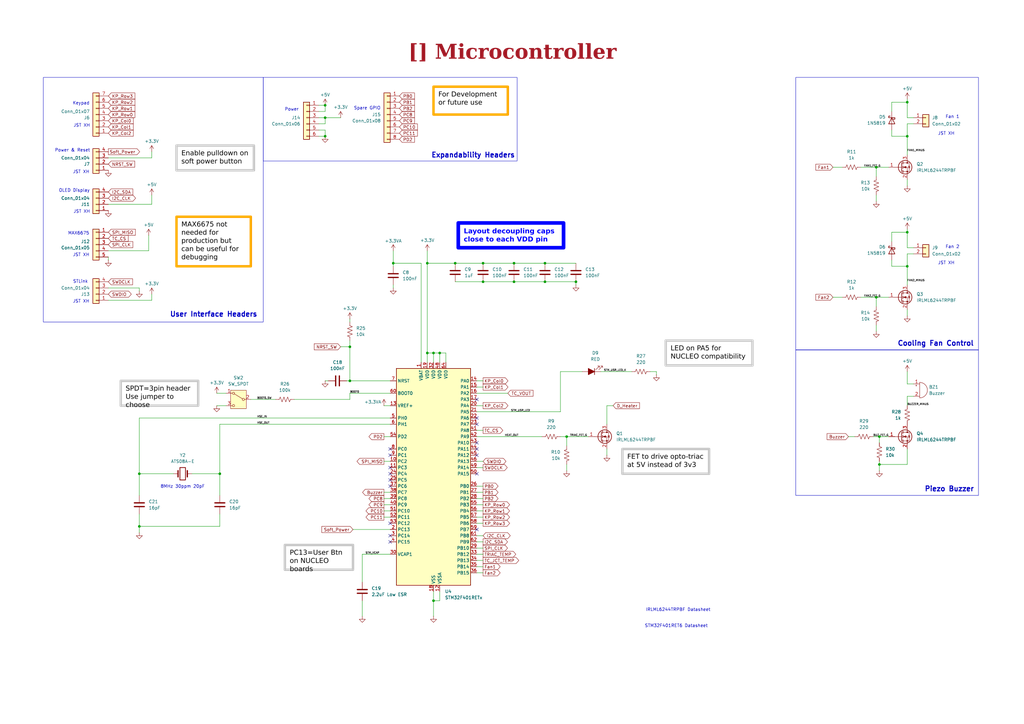
<source format=kicad_sch>
(kicad_sch (version 20250114) (generator "eeschema") (generator_version "9.0")
  (paper "A3")
  (title_block (title "Microcontroller") (date "Last Modified Date") (rev "${REVISION}") (company "${COMPANY}"))
  (rectangle (start 326.39 143.51) (end 401.32 203.2))
  (rectangle (start 326.39 31.75) (end 401.32 143.51))
  (rectangle (start 107.95 31.75) (end 212.09 66.04))
  (rectangle (start 17.78 31.75) (end 107.95 132.08))
  (text "User Interface Headers" (at 87.63 129.032 0) (effects (font (size 2.032 2.032) (thickness 0.4064) (bold yes))))
  (text "Piezo Buzzer" (at 389.382 200.66 0) (effects (font (size 2.032 2.032) (thickness 0.4064) (bold yes))))
  (text "Cooling Fan Control" (at 383.794 140.97 0) (effects (font (size 2.032 2.032) (thickness 0.4064) (bold yes))))
  (text "Keypad" (at 33.274 42.418 0) (effects (font (size 1.27 1.27))))
  (text "JST XH" (at 388.112 107.95 0) (effects (font (size 1.27 1.27))))
  (text "8MHz 30ppm 20pF" (at 74.93 199.644 0) (effects (font (size 1.27 1.27))))
  (text "JST XH" (at 33.528 86.868 0) (effects (font (size 1.27 1.27))))
  (text "Spare GPIO" (at 150.622 44.45 0) (effects (font (size 1.27 1.27))))
  (text "JST XH" (at 33.274 70.612 0) (effects (font (size 1.27 1.27))))
  (text "STM32F401RET6 Datasheet" (at 277.368 256.794 0) (effects (font (size 1.27 1.27))))
  (text "JST XH" (at 33.274 123.698 0) (effects (font (size 1.27 1.27))))
  (text "JST XH" (at 388.112 54.864 0) (effects (font (size 1.27 1.27))))
  (text "JST XH" (at 33.528 51.562 0) (effects (font (size 1.27 1.27))))
  (text "MAX6675" (at 32.258 95.758 0) (effects (font (size 1.27 1.27))))
  (text "Expandability Headers" (at 194.056 63.754 0) (effects (font (size 2.032 2.032) (thickness 0.4064) (bold yes))))
  (text "Fan 1" (at 390.652 48.006 0) (effects (font (size 1.27 1.27))))
  (text "Power" (at 119.634 44.958 0) (effects (font (size 1.27 1.27))))
  (text "JST XH" (at 33.274 104.648 0) (effects (font (size 1.27 1.27))))
  (text "Power & Reset" (at 29.718 61.722 0) (effects (font (size 1.27 1.27))))
  (text "OLED Display" (at 30.48 78.232 0) (effects (font (size 1.27 1.27))))
  (text "STLink" (at 33.02 115.57 0) (effects (font (size 1.27 1.27))))
  (text "IRLML6244TRPBF Datasheet" (at 278.13 250.19 0) (effects (font (size 1.27 1.27))))
  (text "Fan 2" (at 390.652 101.346 0) (effects (font (size 1.27 1.27))))
  (text_box "SPDT=3pin header\nUse jumper to choose" (at 49.53 156.21 0) (size 31.75 10.16) (margins 2 2 2 2) (stroke (width 1) (color 200 200 200 1)) (effects (font (size 2 2)) (justify left top)))
  (text_box "LED on PA5 for NUCLEO compatibility" (at 273.05 139.7 0) (size 35.56 10.16) (margins 2 2 2 2) (stroke (width 1) (color 200 200 200 1)) (effects (font (size 2 2)) (justify left top)))
  (text_box "MAX6675 not needed for production but can be useful for debugging" (at 72.39 88.9 0) (size 30.48 20.32) (margins 2 2 2 2) (stroke (width 1) (color 255 165 0 1)) (effects (font (size 2 2)) (justify left top)))
  (text_box "PC13=User Btn on NUCLEO boards" (at 116.84 223.52 0) (size 27.94 10.16) (margins 2 2 2 2) (stroke (width 1) (color 200 200 200 1)) (effects (font (size 2 2)) (justify left top)))
  (text_box "[${#}] ${TITLE}" (at 12.7 15.24 0) (size 394.97 12.7) (margins 4.4999 4.4999 4.4999 4.4999) (stroke (width -0.0001)) (effects (font (size 6 6) (thickness 1.2) (bold yes))))
  (text_box "Layout decoupling caps close to each VDD pin" (at 187.96 91.44 0) (size 43.18 10.16) (margins 2.25 2.25 2.25 2.25) (stroke (width 1.5) (color 0 0 255 1)) (effects (font (size 2 2) (thickness 0.4) (bold yes)) (justify left top)))
  (text_box "For Development or future use" (at 177.8 35.56 0) (size 30.48 11.43) (margins 2 2 2 2) (stroke (width 1) (color 255 165 0 1)) (effects (font (size 2 2)) (justify left top)))
  (text_box "Enable pulldown on soft power button" (at 72.39 59.69 0) (size 31.75 10.16) (margins 2 2 2 2) (stroke (width 1) (color 200 200 200 1)) (effects (font (size 2 2)) (justify left top)))
  (text_box "FET to drive opto-triac at 5V instead of 3v3" (at 255.27 184.15 0) (size 35.56 10.16) (margins 2 2 2 2) (stroke (width 1) (color 200 200 200 1)) (effects (font (size 2 2)) (justify left top)))
  (junction (at 57.15 215.9))
  (junction (at 133.35 43.18))
  (junction (at 177.8 144.78))
  (junction (at 57.15 194.31))
  (junction (at 175.26 107.95))
  (junction (at 359.41 68.58))
  (junction (at 90.17 194.31))
  (junction (at 223.52 115.57))
  (junction (at 372.11 55.88))
  (junction (at 372.11 109.22))
  (junction (at 372.11 95.25))
  (junction (at 198.12 115.57))
  (junction (at 232.41 179.07))
  (junction (at 161.29 107.95))
  (junction (at 223.52 107.95))
  (junction (at 236.22 115.57))
  (junction (at 372.11 41.91))
  (junction (at 143.51 156.21))
  (junction (at 133.35 48.26))
  (junction (at 210.82 107.95))
  (junction (at 175.26 144.78))
  (junction (at 177.8 246.38))
  (junction (at 360.68 179.07))
  (junction (at 133.35 55.88))
  (junction (at 143.51 142.24))
  (junction (at 186.69 107.95))
  (junction (at 360.68 190.5))
  (junction (at 359.41 121.92))
  (junction (at 198.12 107.95))
  (junction (at 210.82 115.57))
  (junction (at 180.34 144.78))
  (no_connect (at 195.58 194.31))
  (no_connect (at 195.58 171.45))
  (no_connect (at 160.02 196.85))
  (no_connect (at 195.58 181.61))
  (no_connect (at 160.02 186.69))
  (no_connect (at 195.58 173.99))
  (no_connect (at 160.02 214.63))
  (no_connect (at 160.02 191.77))
  (no_connect (at 160.02 222.25))
  (no_connect (at 195.58 217.17))
  (no_connect (at 160.02 199.39))
  (no_connect (at 160.02 194.31))
  (no_connect (at 195.58 184.15))
  (no_connect (at 160.02 219.71))
  (no_connect (at 195.58 163.83))
  (no_connect (at 195.58 186.69))
  (no_connect (at 160.02 184.15))
  (wire (pts (xy 236.22 115.57) (xy 236.22 116.84)))
  (wire (pts (xy 57.15 118.11) (xy 44.45 118.11)))
  (wire (pts (xy 223.52 115.57) (xy 236.22 115.57)))
  (wire (pts (xy 232.41 179.07) (xy 229.87 179.07)))
  (wire (pts (xy 139.7 48.26) (xy 133.35 48.26)))
  (wire (pts (xy 133.35 50.8) (xy 133.35 48.26)))
  (wire (pts (xy 372.11 50.8) (xy 372.11 55.88)))
  (wire (pts (xy 180.34 246.38) (xy 177.8 246.38)))
  (wire (pts (xy 353.06 68.58) (xy 359.41 68.58)))
  (wire (pts (xy 232.41 179.07) (xy 241.3 179.07)))
  (wire (pts (xy 57.15 215.9) (xy 57.15 210.82)))
  (wire (pts (xy 360.68 189.23) (xy 360.68 190.5)))
  (wire (pts (xy 62.23 83.82) (xy 44.45 83.82)))
  (wire (pts (xy 102.87 163.83) (xy 113.03 163.83)))
  (wire (pts (xy 374.65 104.14) (xy 372.11 104.14)))
  (wire (pts (xy 198.12 191.77) (xy 195.58 191.77)))
  (wire (pts (xy 161.29 102.87) (xy 161.29 107.95)))
  (wire (pts (xy 182.88 144.78) (xy 180.34 144.78)))
  (wire (pts (xy 186.69 115.57) (xy 198.12 115.57)))
  (wire (pts (xy 195.58 229.87) (xy 198.12 229.87)))
  (wire (pts (xy 359.41 80.01) (xy 359.41 82.55)))
  (wire (pts (xy 359.41 121.92) (xy 359.41 125.73)))
  (wire (pts (xy 372.11 109.22) (xy 372.11 116.84)))
  (wire (pts (xy 90.17 210.82) (xy 90.17 215.9)))
  (wire (pts (xy 177.8 246.38) (xy 177.8 252.73)))
  (wire (pts (xy 248.92 166.37) (xy 248.92 173.99)))
  (wire (pts (xy 195.58 234.95) (xy 198.12 234.95)))
  (wire (pts (xy 195.58 227.33) (xy 198.12 227.33)))
  (wire (pts (xy 372.11 41.91) (xy 372.11 48.26)))
  (wire (pts (xy 372.11 104.14) (xy 372.11 109.22)))
  (wire (pts (xy 143.51 130.81) (xy 143.51 132.08)))
  (wire (pts (xy 134.62 156.21) (xy 133.35 156.21)))
  (wire (pts (xy 372.11 162.56) (xy 372.11 166.37)))
  (wire (pts (xy 180.34 148.59) (xy 180.34 144.78)))
  (wire (pts (xy 195.58 224.79) (xy 198.12 224.79)))
  (wire (pts (xy 365.76 95.25) (xy 372.11 95.25)))
  (wire (pts (xy 353.06 121.92) (xy 359.41 121.92)))
  (wire (pts (xy 161.29 116.84) (xy 161.29 118.11)))
  (wire (pts (xy 232.41 179.07) (xy 232.41 182.88)))
  (wire (pts (xy 175.26 107.95) (xy 186.69 107.95)))
  (wire (pts (xy 143.51 161.29) (xy 160.02 161.29)))
  (wire (pts (xy 269.24 153.67) (xy 269.24 152.4)))
  (wire (pts (xy 177.8 242.57) (xy 177.8 246.38)))
  (wire (pts (xy 365.76 106.68) (xy 365.76 109.22)))
  (wire (pts (xy 372.11 190.5) (xy 360.68 190.5)))
  (wire (pts (xy 130.81 45.72) (xy 133.35 45.72)))
  (wire (pts (xy 60.96 102.87) (xy 60.96 96.52)))
  (wire (pts (xy 143.51 156.21) (xy 143.51 142.24)))
  (wire (pts (xy 198.12 115.57) (xy 210.82 115.57)))
  (wire (pts (xy 161.29 107.95) (xy 172.72 107.95)))
  (wire (pts (xy 223.52 107.95) (xy 236.22 107.95)))
  (wire (pts (xy 186.69 107.95) (xy 198.12 107.95)))
  (wire (pts (xy 365.76 55.88) (xy 372.11 55.88)))
  (wire (pts (xy 374.65 157.48) (xy 372.11 157.48)))
  (wire (pts (xy 62.23 62.23) (xy 62.23 64.77)))
  (wire (pts (xy 198.12 201.93) (xy 195.58 201.93)))
  (wire (pts (xy 198.12 107.95) (xy 210.82 107.95)))
  (wire (pts (xy 157.48 212.09) (xy 160.02 212.09)))
  (wire (pts (xy 198.12 214.63) (xy 195.58 214.63)))
  (wire (pts (xy 372.11 157.48) (xy 372.11 152.4)))
  (wire (pts (xy 269.24 152.4) (xy 266.7 152.4)))
  (wire (pts (xy 365.76 45.72) (xy 365.76 41.91)))
  (wire (pts (xy 341.63 68.58) (xy 345.44 68.58)))
  (wire (pts (xy 175.26 144.78) (xy 175.26 148.59)))
  (wire (pts (xy 144.78 217.17) (xy 160.02 217.17)))
  (wire (pts (xy 157.48 204.47) (xy 160.02 204.47)))
  (wire (pts (xy 160.02 171.45) (xy 57.15 171.45)))
  (wire (pts (xy 195.58 176.53) (xy 198.12 176.53)))
  (wire (pts (xy 359.41 133.35) (xy 359.41 135.89)))
  (wire (pts (xy 133.35 48.26) (xy 130.81 48.26)))
  (wire (pts (xy 157.48 207.01) (xy 160.02 207.01)))
  (wire (pts (xy 365.76 109.22) (xy 372.11 109.22)))
  (wire (pts (xy 372.11 184.15) (xy 372.11 190.5)))
  (wire (pts (xy 359.41 68.58) (xy 364.49 68.58)))
  (wire (pts (xy 133.35 45.72) (xy 133.35 43.18)))
  (wire (pts (xy 372.11 127) (xy 372.11 129.54)))
  (wire (pts (xy 198.12 199.39) (xy 195.58 199.39)))
  (wire (pts (xy 130.81 53.34) (xy 133.35 53.34)))
  (wire (pts (xy 198.12 156.21) (xy 195.58 156.21)))
  (wire (pts (xy 222.25 179.07) (xy 195.58 179.07)))
  (wire (pts (xy 360.68 179.07) (xy 364.49 179.07)))
  (wire (pts (xy 62.23 123.19) (xy 44.45 123.19)))
  (wire (pts (xy 57.15 194.31) (xy 71.12 194.31)))
  (wire (pts (xy 78.74 194.31) (xy 90.17 194.31)))
  (wire (pts (xy 62.23 120.65) (xy 62.23 123.19)))
  (wire (pts (xy 172.72 107.95) (xy 172.72 148.59)))
  (wire (pts (xy 160.02 173.99) (xy 90.17 173.99)))
  (wire (pts (xy 372.11 40.64) (xy 372.11 41.91)))
  (wire (pts (xy 198.12 166.37) (xy 195.58 166.37)))
  (wire (pts (xy 148.59 227.33) (xy 148.59 238.76)))
  (wire (pts (xy 198.12 219.71) (xy 195.58 219.71)))
  (wire (pts (xy 157.48 166.37) (xy 160.02 166.37)))
  (wire (pts (xy 143.51 163.83) (xy 143.51 161.29)))
  (wire (pts (xy 120.65 163.83) (xy 143.51 163.83)))
  (wire (pts (xy 198.12 212.09) (xy 195.58 212.09)))
  (wire (pts (xy 90.17 173.99) (xy 90.17 194.31)))
  (wire (pts (xy 57.15 119.38) (xy 57.15 118.11)))
  (wire (pts (xy 372.11 93.98) (xy 372.11 95.25)))
  (wire (pts (xy 248.92 184.15) (xy 248.92 186.69)))
  (wire (pts (xy 238.76 152.4) (xy 229.87 152.4)))
  (wire (pts (xy 90.17 215.9) (xy 57.15 215.9)))
  (wire (pts (xy 180.34 242.57) (xy 180.34 246.38)))
  (wire (pts (xy 374.65 50.8) (xy 372.11 50.8)))
  (wire (pts (xy 365.76 41.91) (xy 372.11 41.91)))
  (wire (pts (xy 148.59 246.38) (xy 148.59 252.73)))
  (wire (pts (xy 210.82 107.95) (xy 223.52 107.95)))
  (wire (pts (xy 175.26 107.95) (xy 175.26 144.78)))
  (wire (pts (xy 92.71 166.37) (xy 88.9 166.37)))
  (wire (pts (xy 359.41 68.58) (xy 359.41 72.39)))
  (wire (pts (xy 195.58 232.41) (xy 198.12 232.41)))
  (wire (pts (xy 365.76 99.06) (xy 365.76 95.25)))
  (wire (pts (xy 198.12 204.47) (xy 195.58 204.47)))
  (wire (pts (xy 157.48 209.55) (xy 160.02 209.55)))
  (wire (pts (xy 198.12 189.23) (xy 195.58 189.23)))
  (wire (pts (xy 359.41 121.92) (xy 364.49 121.92)))
  (wire (pts (xy 133.35 53.34) (xy 133.35 55.88)))
  (wire (pts (xy 142.24 156.21) (xy 143.51 156.21)))
  (wire (pts (xy 130.81 50.8) (xy 133.35 50.8)))
  (wire (pts (xy 198.12 222.25) (xy 195.58 222.25)))
  (wire (pts (xy 182.88 148.59) (xy 182.88 144.78)))
  (wire (pts (xy 374.65 162.56) (xy 372.11 162.56)))
  (wire (pts (xy 372.11 48.26) (xy 374.65 48.26)))
  (wire (pts (xy 92.71 161.29) (xy 88.9 161.29)))
  (wire (pts (xy 90.17 194.31) (xy 90.17 203.2)))
  (wire (pts (xy 157.48 179.07) (xy 160.02 179.07)))
  (wire (pts (xy 341.63 121.92) (xy 345.44 121.92)))
  (wire (pts (xy 57.15 215.9) (xy 57.15 218.44)))
  (wire (pts (xy 62.23 80.01) (xy 62.23 83.82)))
  (wire (pts (xy 133.35 43.18) (xy 130.81 43.18)))
  (wire (pts (xy 347.98 179.07) (xy 350.52 179.07)))
  (wire (pts (xy 180.34 144.78) (xy 177.8 144.78)))
  (wire (pts (xy 160.02 227.33) (xy 148.59 227.33)))
  (wire (pts (xy 365.76 53.34) (xy 365.76 55.88)))
  (wire (pts (xy 143.51 139.7) (xy 143.51 142.24)))
  (wire (pts (xy 251.46 166.37) (xy 248.92 166.37)))
  (wire (pts (xy 229.87 152.4) (xy 229.87 168.91)))
  (wire (pts (xy 246.38 152.4) (xy 259.08 152.4)))
  (wire (pts (xy 177.8 144.78) (xy 175.26 144.78)))
  (wire (pts (xy 198.12 209.55) (xy 195.58 209.55)))
  (wire (pts (xy 133.35 55.88) (xy 130.81 55.88)))
  (wire (pts (xy 161.29 109.22) (xy 161.29 107.95)))
  (wire (pts (xy 372.11 55.88) (xy 372.11 63.5)))
  (wire (pts (xy 143.51 142.24) (xy 139.7 142.24)))
  (wire (pts (xy 372.11 95.25) (xy 372.11 101.6)))
  (wire (pts (xy 372.11 73.66) (xy 372.11 76.2)))
  (wire (pts (xy 44.45 102.87) (xy 60.96 102.87)))
  (wire (pts (xy 372.11 101.6) (xy 374.65 101.6)))
  (wire (pts (xy 175.26 102.87) (xy 175.26 107.95)))
  (wire (pts (xy 198.12 207.01) (xy 195.58 207.01)))
  (wire (pts (xy 44.45 64.77) (xy 62.23 64.77)))
  (wire (pts (xy 358.14 179.07) (xy 360.68 179.07)))
  (wire (pts (xy 143.51 156.21) (xy 160.02 156.21)))
  (wire (pts (xy 44.45 105.41) (xy 44.45 106.68)))
  (wire (pts (xy 157.48 201.93) (xy 160.02 201.93)))
  (wire (pts (xy 210.82 115.57) (xy 223.52 115.57)))
  (wire (pts (xy 360.68 190.5) (xy 360.68 193.04)))
  (wire (pts (xy 232.41 190.5) (xy 232.41 193.04)))
  (wire (pts (xy 157.48 189.23) (xy 160.02 189.23)))
  (wire (pts (xy 177.8 148.59) (xy 177.8 144.78)))
  (wire (pts (xy 57.15 171.45) (xy 57.15 194.31)))
  (wire (pts (xy 57.15 194.31) (xy 57.15 203.2)))
  (wire (pts (xy 195.58 168.91) (xy 229.87 168.91)))
  (wire (pts (xy 208.28 161.29) (xy 195.58 161.29)))
  (wire (pts (xy 360.68 179.07) (xy 360.68 181.61)))
  (wire (pts (xy 198.12 158.75) (xy 195.58 158.75)))
  (label "STM_USR_LED" (at 209.55 168.91 0) (effects (font (size 0.762 0.762))))
  (label "FAN2_MINUS" (at 372.11 115.57 0) (effects (font (size 0.762 0.762))))
  (label "HEAT_OUT" (at 207.01 179.07 0) (effects (font (size 0.762 0.762))))
  (label "HSE_IN" (at 105.41 171.45 0) (effects (font (size 0.762 0.762))))
  (label "FAN1_MINUS" (at 372.11 62.23 0) (effects (font (size 0.762 0.762))))
  (label "FAN1_FET_G" (at 354.33 68.58 0) (effects (font (size 0.762 0.762))))
  (label "HSE_OUT" (at 105.41 173.99 0) (effects (font (size 0.762 0.762))))
  (label "STM_USR_LED_K" (at 247.65 152.4 0) (effects (font (size 0.762 0.762))))
  (label "FAN2_FET_G" (at 354.33 121.92 0) (effects (font (size 0.762 0.762))))
  (label "BUZZER_MINUS" (at 372.11 166.37 0) (effects (font (size 0.762 0.762))))
  (label "TRIAC_FET_G" (at 233.68 179.07 0) (effects (font (size 0.762 0.762))))
  (label "BOOT0_SW" (at 105.41 163.83 0) (effects (font (size 0.762 0.762))))
  (label "STM_VCAP" (at 149.86 227.33 0) (effects (font (size 0.762 0.762))))
  (label "BUZ_FET_G" (at 358.14 179.07 0) (effects (font (size 0.762 0.762))))
  (label "BOOT0" (at 143.51 161.29 0) (effects (font (size 0.762 0.762))))
  (global_label "SWDIO" (shape bidirectional) (at 198.12 189.23 0) (property "Intersheetrefs" "${INTERSHEET_REFS}" (effects (hide yes))))
  (global_label "Soft_Power" (shape output) (at 44.45 62.23 0) (property "Intersheetrefs" "${INTERSHEET_REFS}" (effects (hide yes))))
  (global_label "TC_CS" (shape input) (at 44.45 97.79 0) (property "Intersheetrefs" "${INTERSHEET_REFS}" (effects (hide yes))))
  (global_label "SPI_MISO" (shape output) (at 157.48 189.23 180) (property "Intersheetrefs" "${INTERSHEET_REFS}" (effects (hide yes))))
  (global_label "KP_Col0" (shape input) (at 44.45 49.53 0) (property "Intersheetrefs" "${INTERSHEET_REFS}" (effects (hide yes))))
  (global_label "PB0" (shape input) (at 163.83 39.37 0) (property "Intersheetrefs" "${INTERSHEET_REFS}" (effects (hide yes))))
  (global_label "PD2" (shape output) (at 157.48 179.07 180) (property "Intersheetrefs" "${INTERSHEET_REFS}" (effects (hide yes))))
  (global_label "I2C_CLK" (shape bidirectional) (at 198.12 219.71 0) (property "Intersheetrefs" "${INTERSHEET_REFS}" (effects (hide yes))))
  (global_label "SPI_MISO" (shape input) (at 44.45 95.25 0) (property "Intersheetrefs" "${INTERSHEET_REFS}" (effects (hide yes))))
  (global_label "NRST_SW" (shape input) (at 44.45 67.31 0) (property "Intersheetrefs" "${INTERSHEET_REFS}" (effects (hide yes))))
  (global_label "I2C_SDA" (shape output) (at 198.12 222.25 0) (property "Intersheetrefs" "${INTERSHEET_REFS}" (effects (hide yes))))
  (global_label "PB1" (shape output) (at 198.12 201.93 0) (property "Intersheetrefs" "${INTERSHEET_REFS}" (effects (hide yes))))
  (global_label "KP_Col2" (shape output) (at 198.12 166.37 0) (property "Intersheetrefs" "${INTERSHEET_REFS}" (effects (hide yes))))
  (global_label "KP_Row1" (shape input) (at 44.45 44.45 0) (property "Intersheetrefs" "${INTERSHEET_REFS}" (effects (hide yes))))
  (global_label "SWDIO" (shape bidirectional) (at 44.45 120.65 0) (property "Intersheetrefs" "${INTERSHEET_REFS}" (effects (hide yes))))
  (global_label "I2C_CLK" (shape bidirectional) (at 44.45 81.28 0) (property "Intersheetrefs" "${INTERSHEET_REFS}" (effects (hide yes))))
  (global_label "PC8" (shape input) (at 163.83 46.99 0) (property "Intersheetrefs" "${INTERSHEET_REFS}" (effects (hide yes))))
  (global_label "NRST_SW" (shape input) (at 139.7 142.24 180) (property "Intersheetrefs" "${INTERSHEET_REFS}" (effects (hide yes))))
  (global_label "Fan1" (shape output) (at 198.12 232.41 0) (property "Intersheetrefs" "${INTERSHEET_REFS}" (effects (hide yes))))
  (global_label "Buzzer" (shape input) (at 347.98 179.07 180) (property "Intersheetrefs" "${INTERSHEET_REFS}" (effects (hide yes))))
  (global_label "PB0" (shape output) (at 198.12 199.39 0) (property "Intersheetrefs" "${INTERSHEET_REFS}" (effects (hide yes))))
  (global_label "Fan1" (shape input) (at 341.63 68.58 180) (property "Intersheetrefs" "${INTERSHEET_REFS}" (effects (hide yes))))
  (global_label "TRIAC_TEMP" (shape output) (at 198.12 227.33 0) (property "Intersheetrefs" "${INTERSHEET_REFS}" (effects (hide yes))))
  (global_label "PC10" (shape input) (at 163.83 52.07 0) (property "Intersheetrefs" "${INTERSHEET_REFS}" (effects (hide yes))))
  (global_label "PC9" (shape output) (at 157.48 207.01 180) (property "Intersheetrefs" "${INTERSHEET_REFS}" (effects (hide yes))))
  (global_label "KP_Row3" (shape output) (at 198.12 214.63 0) (property "Intersheetrefs" "${INTERSHEET_REFS}" (effects (hide yes))))
  (global_label "KP_Col1" (shape output) (at 198.12 158.75 0) (property "Intersheetrefs" "${INTERSHEET_REFS}" (effects (hide yes))))
  (global_label "PC8" (shape output) (at 157.48 204.47 180) (property "Intersheetrefs" "${INTERSHEET_REFS}" (effects (hide yes))))
  (global_label "PC11" (shape input) (at 163.83 54.61 0) (property "Intersheetrefs" "${INTERSHEET_REFS}" (effects (hide yes))))
  (global_label "SWDCLK" (shape output) (at 198.12 191.77 0) (property "Intersheetrefs" "${INTERSHEET_REFS}" (effects (hide yes))))
  (global_label "KP_Row0" (shape input) (at 44.45 46.99 0) (property "Intersheetrefs" "${INTERSHEET_REFS}" (effects (hide yes))))
  (global_label "TC_JCT_TEMP" (shape output) (at 198.12 229.87 0) (property "Intersheetrefs" "${INTERSHEET_REFS}" (effects (hide yes))))
  (global_label "PB2" (shape output) (at 198.12 204.47 0) (property "Intersheetrefs" "${INTERSHEET_REFS}" (effects (hide yes))))
  (global_label "KP_Col0" (shape output) (at 198.12 156.21 0) (property "Intersheetrefs" "${INTERSHEET_REFS}" (effects (hide yes))))
  (global_label "KP_Row3" (shape input) (at 44.45 39.37 0) (property "Intersheetrefs" "${INTERSHEET_REFS}" (effects (hide yes))))
  (global_label "I2C_SDA" (shape input) (at 44.45 78.74 0) (property "Intersheetrefs" "${INTERSHEET_REFS}" (effects (hide yes))))
  (global_label "PC9" (shape input) (at 163.83 49.53 0) (property "Intersheetrefs" "${INTERSHEET_REFS}" (effects (hide yes))))
  (global_label "PB2" (shape input) (at 163.83 44.45 0) (property "Intersheetrefs" "${INTERSHEET_REFS}" (effects (hide yes))))
  (global_label "TC_VOUT" (shape input) (at 208.28 161.29 0) (property "Intersheetrefs" "${INTERSHEET_REFS}" (effects (hide yes))))
  (global_label "PD2" (shape input) (at 163.83 57.15 0) (property "Intersheetrefs" "${INTERSHEET_REFS}" (effects (hide yes))))
  (global_label "PB1" (shape input) (at 163.83 41.91 0) (property "Intersheetrefs" "${INTERSHEET_REFS}" (effects (hide yes))))
  (global_label "SWDCLK" (shape input) (at 44.45 115.57 0) (property "Intersheetrefs" "${INTERSHEET_REFS}" (effects (hide yes))))
  (global_label "SPI_CLK" (shape input) (at 44.45 100.33 0) (property "Intersheetrefs" "${INTERSHEET_REFS}" (effects (hide yes))))
  (global_label "KP_Col1" (shape input) (at 44.45 52.07 0) (property "Intersheetrefs" "${INTERSHEET_REFS}" (effects (hide yes))))
  (global_label "KP_Row0" (shape output) (at 198.12 207.01 0) (property "Intersheetrefs" "${INTERSHEET_REFS}" (effects (hide yes))))
  (global_label "Fan2" (shape input) (at 341.63 121.92 180) (property "Intersheetrefs" "${INTERSHEET_REFS}" (effects (hide yes))))
  (global_label "TC_CS" (shape output) (at 198.12 176.53 0) (property "Intersheetrefs" "${INTERSHEET_REFS}" (effects (hide yes))))
  (global_label "PC11" (shape output) (at 157.48 212.09 180) (property "Intersheetrefs" "${INTERSHEET_REFS}" (effects (hide yes))))
  (global_label "Fan2" (shape output) (at 198.12 234.95 0) (property "Intersheetrefs" "${INTERSHEET_REFS}" (effects (hide yes))))
  (global_label "KP_Row2" (shape output) (at 198.12 212.09 0) (property "Intersheetrefs" "${INTERSHEET_REFS}" (effects (hide yes))))
  (global_label "KP_Row2" (shape input) (at 44.45 41.91 0) (property "Intersheetrefs" "${INTERSHEET_REFS}" (effects (hide yes))))
  (global_label "KP_Col2" (shape input) (at 44.45 54.61 0) (property "Intersheetrefs" "${INTERSHEET_REFS}" (effects (hide yes))))
  (global_label "KP_Row1" (shape output) (at 198.12 209.55 0) (property "Intersheetrefs" "${INTERSHEET_REFS}" (effects (hide yes))))
  (global_label "SPI_CLK" (shape output) (at 198.12 224.79 0) (property "Intersheetrefs" "${INTERSHEET_REFS}" (effects (hide yes))))
  (global_label "Buzzer" (shape output) (at 157.48 201.93 180) (property "Intersheetrefs" "${INTERSHEET_REFS}" (effects (hide yes))))
  (global_label "Soft_Power" (shape input) (at 144.78 217.17 180) (property "Intersheetrefs" "${INTERSHEET_REFS}" (effects (hide yes))))
  (global_label "PC10" (shape output) (at 157.48 209.55 180) (property "Intersheetrefs" "${INTERSHEET_REFS}" (effects (hide yes))))
  (global_label "D_Heater" (shape input) (at 251.46 166.37 0) (property "Intersheetrefs" "${INTERSHEET_REFS}" (effects (hide yes))))
  (symbol (lib_id "power:GND") (at 236.22 116.84 0) (unit 1)
    (property "Reference" "#PWR028" (effects (hide yes)))
    (property "Value" "GND" (effects (hide yes)))
    (property "Description" "Power symbol creates a global label with name \"GND\" , ground" (effects (hide yes)))
  )
  (symbol (lib_id "Device:R_US") (at 232.41 186.69 0) (mirror y) (unit 1)
    (property "Reference" "R10" (at 229.87 185.4199 0) (effects (justify left)))
    (property "Value" "10k" (at 229.87 187.9599 0) (effects (justify left)))
    (property "Footprint" "Resistor_SMD:R_0603_1608Metric_Pad0.98x0.95mm_HandSolder" (effects (hide yes)))
    (property "Description" "Resistor, US symbol" (effects (hide yes)))
  )
  (symbol (lib_id "Device:C") (at 90.17 207.01 0) (unit 1)
    (property "Reference" "C20" (at 93.98 205.7399 0) (effects (justify left)))
    (property "Value" "16pF" (at 93.98 208.2799 0) (effects (justify left)))
    (property "Footprint" "Capacitor_SMD:C_0402_1005Metric_Pad0.74x0.62mm_HandSolder" (effects (hide yes)))
    (property "Description" "Unpolarized capacitor" (effects (hide yes)))
  )
  (symbol (lib_id "Device:C") (at 210.82 111.76 0) (unit 1)
    (property "Reference" "C11" (at 214.63 110.4899 0) (effects (justify left)))
    (property "Value" "100nF" (at 214.63 113.0299 0) (effects (justify left)))
    (property "Footprint" "Capacitor_SMD:C_0603_1608Metric_Pad1.08x0.95mm_HandSolder" (effects (hide yes)))
    (property "Description" "Unpolarized capacitor" (effects (hide yes)))
  )
  (symbol (lib_id "power:GND") (at 148.59 252.73 0) (unit 1)
    (property "Reference" "#PWR048" (effects (hide yes)))
    (property "Value" "GND" (effects (hide yes)))
    (property "Description" "Power symbol creates a global label with name \"GND\" , ground" (effects (hide yes)))
  )
  (symbol (lib_id "power:GND") (at 133.35 156.21 0) (unit 1)
    (property "Reference" "#PWR052" (effects (hide yes)))
    (property "Value" "GND" (effects (hide yes)))
    (property "Description" "Power symbol creates a global label with name \"GND\" , ground" (effects (hide yes)))
  )
  (symbol (lib_id "power:GND") (at 44.45 106.68 0) (mirror y) (unit 1)
    (property "Reference" "#PWR063" (effects (hide yes)))
    (property "Value" "GND" (effects (hide yes)))
    (property "Description" "Power symbol creates a global label with name \"GND\" , ground" (effects (hide yes)))
  )
  (symbol (lib_id "Device:R_US") (at 143.51 135.89 0) (unit 1)
    (property "Reference" "R25" (at 146.05 134.6199 0) (effects (justify left)))
    (property "Value" "10k" (at 146.05 137.1599 0) (effects (justify left)))
    (property "Footprint" "Resistor_SMD:R_0603_1608Metric_Pad0.98x0.95mm_HandSolder" (effects (hide yes)))
    (property "Description" "Resistor, US symbol" (effects (hide yes)))
  )
  (symbol (lib_id "Device:C") (at 148.59 242.57 0) (unit 1)
    (property "Reference" "C19" (at 152.4 241.2999 0) (effects (justify left)))
    (property "Value" "2.2uF Low ESR" (at 152.4 243.8399 0) (effects (justify left)))
    (property "Footprint" "Capacitor_SMD:C_0805_2012Metric_Pad1.18x1.45mm_HandSolder" (effects (hide yes)))
    (property "Description" "Unpolarized capacitor" (effects (hide yes)))
  )
  (symbol (lib_id "Device:R_US") (at 226.06 179.07 90) (unit 1)
    (property "Reference" "R9" (at 226.06 172.72 90))
    (property "Value" "220" (at 226.06 175.26 90))
    (property "Footprint" "Resistor_SMD:R_0603_1608Metric_Pad0.98x0.95mm_HandSolder" (effects (hide yes)))
    (property "Description" "Resistor, US symbol" (effects (hide yes)))
  )
  (symbol (lib_id "power:GND") (at 133.35 55.88 0) (mirror y) (unit 1)
    (property "Reference" "#PWR068" (effects (hide yes)))
    (property "Value" "GND" (effects (hide yes)))
    (property "Description" "Power symbol creates a global label with name \"GND\" , ground" (effects (hide yes)))
  )
  (symbol (lib_id "power:+5V") (at 60.96 96.52 0) (mirror y) (unit 1)
    (property "Reference" "#PWR064" (effects (hide yes)))
    (property "Value" "+5V" (at 60.96 92.202 0))
    (property "Description" "Power symbol creates a global label with name \"+5V\"" (effects (hide yes)))
  )
  (symbol (lib_id "Device:LED_Filled") (at 242.57 152.4 180) (unit 1)
    (property "Reference" "D9" (at 244.1575 144.78 0))
    (property "Value" "RED" (at 244.1575 147.32 0))
    (property "Footprint" "LED_SMD:LED_0603_1608Metric_Pad1.05x0.95mm_HandSolder" (effects (hide yes)))
    (property "Description" "Light emitting diode, filled shape" (effects (hide yes)))
  )
  (symbol (lib_id "Device:C") (at 198.12 111.76 0) (unit 1)
    (property "Reference" "C10" (at 201.93 110.4899 0) (effects (justify left)))
    (property "Value" "100nF" (at 201.93 113.0299 0) (effects (justify left)))
    (property "Footprint" "Capacitor_SMD:C_0603_1608Metric_Pad1.08x0.95mm_HandSolder" (effects (hide yes)))
    (property "Description" "Unpolarized capacitor" (effects (hide yes)))
  )
  (symbol (lib_id "Connector_Generic:Conn_01x02") (at 379.73 48.26 0) (unit 1)
    (property "Reference" "J8" (at 382.27 48.2599 0) (effects (justify left)))
    (property "Value" "Conn_01x02" (at 382.27 50.7999 0) (effects (justify left)))
    (property "Footprint" "Connector_JST:JST_XH_B2B-XH-A_1x02_P2.50mm_Vertical" (effects (hide yes)))
    (property "Description" "Generic connector, single row, 01x02, script generated (kicad-library-utils/schlib/autogen/connector/)" (effects (hide yes)))
  )
  (symbol (lib_id "power:GND") (at 44.45 86.36 0) (unit 1)
    (property "Reference" "#PWR058" (effects (hide yes)))
    (property "Value" "GND" (effects (hide yes)))
    (property "Description" "Power symbol creates a global label with name \"GND\" , ground" (effects (hide yes)))
  )
  (symbol (lib_id "power:+5V") (at 133.35 43.18 0) (mirror y) (unit 1)
    (property "Reference" "#PWR061" (effects (hide yes)))
    (property "Value" "+5V" (at 133.35 38.862 0))
    (property "Description" "Power symbol creates a global label with name \"+5V\"" (effects (hide yes)))
  )
  (symbol (lib_id "power:GND") (at 161.29 118.11 0) (unit 1)
    (property "Reference" "#PWR023" (effects (hide yes)))
    (property "Value" "GND" (effects (hide yes)))
    (property "Description" "Power symbol creates a global label with name \"GND\" , ground" (effects (hide yes)))
  )
  (symbol (lib_id "power:+3.3V") (at 62.23 120.65 0) (unit 1)
    (property "Reference" "#PWR065" (effects (hide yes)))
    (property "Value" "+3.3V" (at 62.23 116.332 0))
    (property "Description" "Power symbol creates a global label with name \"+3.3V\"" (effects (hide yes)))
  )
  (symbol (lib_id "power:+3.3V") (at 143.51 130.81 0) (unit 1)
    (property "Reference" "#PWR051" (effects (hide yes)))
    (property "Value" "+3.3V" (at 143.51 126.492 0))
    (property "Description" "Power symbol creates a global label with name \"+3.3V\"" (effects (hide yes)))
  )
  (symbol (lib_id "Connector_Generic:Conn_01x06") (at 125.73 48.26 0) (mirror y) (unit 1)
    (property "Reference" "J14" (at 123.19 48.2599 0) (effects (justify left)))
    (property "Value" "Conn_01x06" (at 123.19 50.7999 0) (effects (justify left)))
    (property "Footprint" "Connector_PinHeader_2.54mm:PinHeader_1x06_P2.54mm_Vertical" (effects (hide yes)))
    (property "Description" "Generic connector, single row, 01x06, script generated (kicad-library-utils/schlib/autogen/connector/)" (effects (hide yes)))
  )
  (symbol (lib_id "Connector_Generic:Conn_01x02") (at 379.73 101.6 0) (unit 1)
    (property "Reference" "J9" (at 382.27 101.5999 0) (effects (justify left)))
    (property "Value" "Conn_01x02" (at 382.27 104.1399 0) (effects (justify left)))
    (property "Footprint" "Connector_JST:JST_XH_B2B-XH-A_1x02_P2.50mm_Vertical" (effects (hide yes)))
    (property "Description" "Generic connector, single row, 01x02, script generated (kicad-library-utils/schlib/autogen/connector/)" (effects (hide yes)))
  )
  (symbol (lib_id "power:+3.3VA") (at 161.29 102.87 0) (unit 1)
    (property "Reference" "#PWR024" (effects (hide yes)))
    (property "Value" "+3.3VA" (at 161.29 98.806 0))
    (property "Description" "Power symbol creates a global label with name \"+3.3VA\"" (effects (hide yes)))
  )
  (symbol (lib_id "Device:R_US") (at 372.11 170.18 0) (mirror y) (unit 1)
    (property "Reference" "R28" (at 369.57 168.9099 0) (effects (justify left)))
    (property "Value" "1k" (at 369.57 171.4499 0) (effects (justify left)))
    (property "Footprint" "Resistor_SMD:R_0603_1608Metric_Pad0.98x0.95mm_HandSolder" (effects (hide yes)))
    (property "Description" "Resistor, US symbol" (effects (hide yes)))
  )
  (symbol (lib_id "power:+5V") (at 372.11 40.64 0) (unit 1)
    (property "Reference" "#PWR032" (effects (hide yes)))
    (property "Value" "+5V" (at 372.11 36.322 0))
    (property "Description" "Power symbol creates a global label with name \"+5V\"" (effects (hide yes)))
  )
  (symbol (lib_id "power:+5V") (at 372.11 152.4 0) (unit 1)
    (property "Reference" "#PWR057" (effects (hide yes)))
    (property "Value" "+5V" (at 372.11 148.082 0))
    (property "Description" "Power symbol creates a global label with name \"+5V\"" (effects (hide yes)))
  )
  (symbol (lib_id "power:GND") (at 88.9 166.37 0) (unit 1)
    (property "Reference" "#PWR055" (effects (hide yes)))
    (property "Value" "GND" (effects (hide yes)))
    (property "Description" "Power symbol creates a global label with name \"GND\" , ground" (effects (hide yes)))
  )
  (symbol (lib_id "Device:R_US") (at 349.25 68.58 90) (unit 1)
    (property "Reference" "R11" (at 349.25 62.23 90))
    (property "Value" "1k" (at 349.25 64.77 90))
    (property "Footprint" "Resistor_SMD:R_0603_1608Metric_Pad0.98x0.95mm_HandSolder" (effects (hide yes)))
    (property "Description" "Resistor, US symbol" (effects (hide yes)))
  )
  (symbol (lib_id "Device:C") (at 161.29 113.03 0) (unit 1)
    (property "Reference" "C8" (at 165.1 111.7599 0) (effects (justify left)))
    (property "Value" "100nF" (at 165.1 114.2999 0) (effects (justify left)))
    (property "Footprint" "Capacitor_SMD:C_0603_1608Metric_Pad1.08x0.95mm_HandSolder" (effects (hide yes)))
    (property "Description" "Unpolarized capacitor" (effects (hide yes)))
  )
  (symbol (lib_id "power:GND") (at 177.8 252.73 0) (unit 1)
    (property "Reference" "#PWR026" (effects (hide yes)))
    (property "Value" "GND" (effects (hide yes)))
    (property "Description" "Power symbol creates a global label with name \"GND\" , ground" (effects (hide yes)))
  )
  (symbol (lib_id "power:GND") (at 359.41 82.55 0) (unit 1)
    (property "Reference" "#PWR030" (effects (hide yes)))
    (property "Value" "GND" (effects (hide yes)))
    (property "Description" "Power symbol creates a global label with name \"GND\" , ground" (effects (hide yes)))
  )
  (symbol (lib_id "Switch:SW_SPDT") (at 97.79 163.83 0) (mirror y) (unit 1)
    (property "Reference" "SW2" (at 97.79 154.94 0))
    (property "Value" "SW_SPDT" (at 97.79 157.48 0))
    (property "Footprint" "Connector_PinHeader_2.54mm:PinHeader_1x03_P2.54mm_Vertical" (effects (hide yes)))
    (property "Description" "Switch, single pole double throw" (effects (hide yes)))
  )
  (symbol (lib_id "power:+3.3VA") (at 157.48 166.37 0) (unit 1)
    (property "Reference" "#PWR053" (effects (hide yes)))
    (property "Value" "+3.3VA" (at 152.908 164.846 0))
    (property "Description" "Power symbol creates a global label with name \"+3.3VA\"" (effects (hide yes)))
  )
  (symbol (lib_id "power:GND") (at 44.45 69.85 0) (unit 1)
    (property "Reference" "#PWR050" (effects (hide yes)))
    (property "Value" "GND" (effects (hide yes)))
    (property "Description" "Power symbol creates a global label with name \"GND\" , ground" (effects (hide yes)))
  )
  (symbol (lib_id "power:+3.3V") (at 139.7 48.26 0) (mirror y) (unit 1)
    (property "Reference" "#PWR067" (effects (hide yes)))
    (property "Value" "+3.3V" (at 139.7 43.942 0))
    (property "Description" "Power symbol creates a global label with name \"+3.3V\"" (effects (hide yes)))
  )
  (symbol (lib_id "Device:Crystal") (at 74.93 194.31 0) (unit 1)
    (property "Reference" "Y2" (at 74.93 186.69 0))
    (property "Value" "ATS08A-E" (at 74.93 189.23 0))
    (property "Footprint" "Crystal:Crystal_HC49-4H_Vertical" (effects (hide yes)))
    (property "Description" "Two pin crystal" (effects (hide yes)))
  )
  (symbol (lib_id "power:GND") (at 359.41 135.89 0) (unit 1)
    (property "Reference" "#PWR031" (effects (hide yes)))
    (property "Value" "GND" (effects (hide yes)))
    (property "Description" "Power symbol creates a global label with name \"GND\" , ground" (effects (hide yes)))
  )
  (symbol (lib_id "Device:R_US") (at 349.25 121.92 90) (unit 1)
    (property "Reference" "R12" (at 349.25 115.57 90))
    (property "Value" "1k" (at 349.25 118.11 90))
    (property "Footprint" "Resistor_SMD:R_0603_1608Metric_Pad0.98x0.95mm_HandSolder" (effects (hide yes)))
    (property "Description" "Resistor, US symbol" (effects (hide yes)))
  )
  (symbol (lib_id "power:GND") (at 372.11 76.2 0) (unit 1)
    (property "Reference" "#PWR033" (effects (hide yes)))
    (property "Value" "GND" (effects (hide yes)))
    (property "Description" "Power symbol creates a global label with name \"GND\" , ground" (effects (hide yes)))
  )
  (symbol (lib_id "Device:R_US") (at 359.41 76.2 0) (mirror y) (unit 1)
    (property "Reference" "R13" (at 356.87 74.9299 0) (effects (justify left)))
    (property "Value" "10k" (at 356.87 77.4699 0) (effects (justify left)))
    (property "Footprint" "Resistor_SMD:R_0603_1608Metric_Pad0.98x0.95mm_HandSolder" (effects (hide yes)))
    (property "Description" "Resistor, US symbol" (effects (hide yes)))
  )
  (symbol (lib_id "Diode:1N5819") (at 365.76 102.87 90) (mirror x) (unit 1)
    (property "Reference" "D6" (at 363.22 101.2824 90) (effects (justify left)))
    (property "Value" "1N5819" (at 363.22 103.8224 90) (effects (justify left)))
    (property "Footprint" "Diode_THT:D_DO-41_SOD81_P10.16mm_Horizontal" (effects (hide yes)))
    (property "Datasheet" "http://www.vishay.com/docs/88525/1n5817.pdf" (effects (hide yes)))
    (property "Description" "40V 1A Schottky Barrier Rectifier Diode, DO-41" (effects (hide yes)))
  )
  (symbol (lib_id "Connector_Generic:Conn_01x04") (at 39.37 83.82 180) (unit 1)
    (property "Reference" "J11" (at 36.83 83.8201 0) (effects (justify left)))
    (property "Value" "Conn_01x04" (at 36.83 81.2801 0) (effects (justify left)))
    (property "Footprint" "Connector_JST:JST_XH_B4B-XH-A_1x04_P2.50mm_Vertical" (effects (hide yes)))
    (property "Description" "Generic connector, single row, 01x04, script generated (kicad-library-utils/schlib/autogen/connector/)" (effects (hide yes)))
  )
  (symbol (lib_id "power:GND") (at 57.15 218.44 0) (unit 1)
    (property "Reference" "#PWR062" (effects (hide yes)))
    (property "Value" "GND" (effects (hide yes)))
    (property "Description" "Power symbol creates a global label with name \"GND\" , ground" (effects (hide yes)))
  )
  (symbol (lib_id "power:+3.3V") (at 88.9 161.29 0) (unit 1)
    (property "Reference" "#PWR054" (effects (hide yes)))
    (property "Value" "+3.3V" (at 88.9 156.972 0))
    (property "Description" "Power symbol creates a global label with name \"+3.3V\"" (effects (hide yes)))
  )
  (symbol (lib_id "Transistor_FET:IRLML6244") (at 369.57 179.07 0) (unit 1)
    (property "Reference" "Q4" (at 375.92 177.7999 0) (effects (justify left)))
    (property "Value" "IRLML6244TRPBF" (at 375.92 180.3399 0) (effects (justify left)))
    (property "Footprint" "Package_TO_SOT_SMD:SOT-23" (effects (hide yes)))
    (property "Datasheet" "https://www.infineon.com/dgdl/Infineon-IRLML6244-DataSheet-v01_01-EN.pdf?fileId=5546d462533600a4015356686fed261f" (effects (hide yes)))
    (property "Description" "6.3A Id, 20V Vds, 21mOhm Rds, N-Channel StrongIRFET Power MOSFET, SOT-23" (effects (hide yes)))
  )
  (symbol (lib_id "Device:R_US") (at 116.84 163.83 90) (unit 1)
    (property "Reference" "R26" (at 116.84 157.48 90))
    (property "Value" "100k" (at 116.84 160.02 90))
    (property "Footprint" "Resistor_SMD:R_0603_1608Metric_Pad0.98x0.95mm_HandSolder" (effects (hide yes)))
    (property "Description" "Resistor, US symbol" (effects (hide yes)))
  )
  (symbol (lib_id "Connector_Generic:Conn_01x08") (at 158.75 46.99 0) (mirror y) (unit 1)
    (property "Reference" "J15" (at 156.21 46.9899 0) (effects (justify left)))
    (property "Value" "Conn_01x08" (at 156.21 49.5299 0) (effects (justify left)))
    (property "Footprint" "Connector_PinHeader_2.54mm:PinHeader_1x08_P2.54mm_Vertical" (effects (hide yes)))
    (property "Description" "Generic connector, single row, 01x08, script generated (kicad-library-utils/schlib/autogen/connector/)" (effects (hide yes)))
  )
  (symbol (lib_id "power:+3.3V") (at 175.26 102.87 0) (unit 1)
    (property "Reference" "#PWR025" (effects (hide yes)))
    (property "Value" "+3.3V" (at 175.26 98.552 0))
    (property "Description" "Power symbol creates a global label with name \"+3.3V\"" (effects (hide yes)))
  )
  (symbol (lib_id "Connector_Generic:Conn_01x07") (at 39.37 46.99 180) (unit 1)
    (property "Reference" "J6" (at 36.83 48.2601 0) (effects (justify left)))
    (property "Value" "Conn_01x07" (at 36.83 45.7201 0) (effects (justify left)))
    (property "Footprint" "Connector_JST:JST_XH_B7B-XH-A_1x07_P2.50mm_Vertical" (effects (hide yes)))
    (property "Description" "Generic connector, single row, 01x07, script generated (kicad-library-utils/schlib/autogen/connector/)" (effects (hide yes)))
  )
  (symbol (lib_id "Transistor_FET:IRLML6244") (at 369.57 121.92 0) (unit 1)
    (property "Reference" "Q3" (at 375.92 120.6499 0) (effects (justify left)))
    (property "Value" "IRLML6244TRPBF" (at 375.92 123.1899 0) (effects (justify left)))
    (property "Footprint" "Package_TO_SOT_SMD:SOT-23" (effects (hide yes)))
    (property "Datasheet" "https://www.infineon.com/dgdl/Infineon-IRLML6244-DataSheet-v01_01-EN.pdf?fileId=5546d462533600a4015356686fed261f" (effects (hide yes)))
    (property "Description" "6.3A Id, 20V Vds, 21mOhm Rds, N-Channel StrongIRFET Power MOSFET, SOT-23" (effects (hide yes)))
  )
  (symbol (lib_id "Device:C") (at 236.22 111.76 0) (unit 1)
    (property "Reference" "C13" (at 240.03 110.4899 0) (effects (justify left)))
    (property "Value" "100nF" (at 240.03 113.0299 0) (effects (justify left)))
    (property "Footprint" "Capacitor_SMD:C_0603_1608Metric_Pad1.08x0.95mm_HandSolder" (effects (hide yes)))
    (property "Description" "Unpolarized capacitor" (effects (hide yes)))
  )
  (symbol (lib_id "power:GND") (at 57.15 119.38 0) (mirror y) (unit 1)
    (property "Reference" "#PWR066" (effects (hide yes)))
    (property "Value" "GND" (effects (hide yes)))
    (property "Description" "Power symbol creates a global label with name \"GND\" , ground" (effects (hide yes)))
  )
  (symbol (lib_id "Device:C") (at 138.43 156.21 90) (unit 1)
    (property "Reference" "C18" (at 138.43 148.59 90))
    (property "Value" "100nF" (at 138.43 151.13 90))
    (property "Footprint" "Capacitor_SMD:C_0603_1608Metric_Pad1.08x0.95mm_HandSolder" (effects (hide yes)))
    (property "Description" "Unpolarized capacitor" (effects (hide yes)))
  )
  (symbol (lib_id "power:+3.3V") (at 62.23 62.23 0) (unit 1)
    (property "Reference" "#PWR049" (effects (hide yes)))
    (property "Value" "+3.3V" (at 62.23 57.912 0))
    (property "Description" "Power symbol creates a global label with name \"+3.3V\"" (effects (hide yes)))
  )
  (symbol (lib_id "power:GND") (at 232.41 193.04 0) (unit 1)
    (property "Reference" "#PWR027" (effects (hide yes)))
    (property "Value" "GND" (effects (hide yes)))
    (property "Description" "Power symbol creates a global label with name \"GND\" , ground" (effects (hide yes)))
  )
  (symbol (lib_id "Connector_Generic:Conn_01x05") (at 39.37 100.33 0) (mirror y) (unit 1)
    (property "Reference" "J12" (at 36.83 99.0599 0) (effects (justify left)))
    (property "Value" "Conn_01x05" (at 36.83 101.5999 0) (effects (justify left)))
    (property "Footprint" "Connector_JST:JST_XH_B5B-XH-A_1x05_P2.50mm_Vertical" (effects (hide yes)))
    (property "Description" "Generic connector, single row, 01x05, script generated (kicad-library-utils/schlib/autogen/connector/)" (effects (hide yes)))
  )
  (symbol (lib_id "power:GND") (at 269.24 153.67 0) (unit 1)
    (property "Reference" "#PWR056" (effects (hide yes)))
    (property "Value" "GND" (effects (hide yes)))
    (property "Description" "Power symbol creates a global label with name \"GND\" , ground" (effects (hide yes)))
  )
  (symbol (lib_id "Connector_Generic:Conn_01x04") (at 39.37 67.31 180) (unit 1)
    (property "Reference" "J7" (at 36.83 67.3101 0) (effects (justify left)))
    (property "Value" "Conn_01x04" (at 36.83 64.7701 0) (effects (justify left)))
    (property "Footprint" "Connector_JST:JST_XH_B4B-XH-A_1x04_P2.50mm_Vertical" (effects (hide yes)))
    (property "Description" "Generic connector, single row, 01x04, script generated (kicad-library-utils/schlib/autogen/connector/)" (effects (hide yes)))
  )
  (symbol (lib_id "power:+5V") (at 62.23 80.01 0) (unit 1)
    (property "Reference" "#PWR060" (effects (hide yes)))
    (property "Value" "+5V" (at 62.23 75.692 0))
    (property "Description" "Power symbol creates a global label with name \"+5V\"" (effects (hide yes)))
  )
  (symbol (lib_id "Device:C") (at 223.52 111.76 0) (unit 1)
    (property "Reference" "C12" (at 227.33 110.4899 0) (effects (justify left)))
    (property "Value" "100nF" (at 227.33 113.0299 0) (effects (justify left)))
    (property "Footprint" "Capacitor_SMD:C_0603_1608Metric_Pad1.08x0.95mm_HandSolder" (effects (hide yes)))
    (property "Description" "Unpolarized capacitor" (effects (hide yes)))
  )
  (symbol (lib_id "Diode:1N5819") (at 365.76 49.53 90) (mirror x) (unit 1)
    (property "Reference" "D5" (at 363.22 47.9424 90) (effects (justify left)))
    (property "Value" "1N5819" (at 363.22 50.4824 90) (effects (justify left)))
    (property "Footprint" "Diode_THT:D_DO-41_SOD81_P10.16mm_Horizontal" (effects (hide yes)))
    (property "Datasheet" "http://www.vishay.com/docs/88525/1n5817.pdf" (effects (hide yes)))
    (property "Description" "40V 1A Schottky Barrier Rectifier Diode, DO-41" (effects (hide yes)))
  )
  (symbol (lib_id "power:+5V") (at 372.11 93.98 0) (unit 1)
    (property "Reference" "#PWR034" (effects (hide yes)))
    (property "Value" "+5V" (at 372.11 89.662 0))
    (property "Description" "Power symbol creates a global label with name \"+5V\"" (effects (hide yes)))
  )
  (symbol (lib_id "power:GND") (at 372.11 129.54 0) (unit 1)
    (property "Reference" "#PWR035" (effects (hide yes)))
    (property "Value" "GND" (effects (hide yes)))
    (property "Description" "Power symbol creates a global label with name \"GND\" , ground" (effects (hide yes)))
  )
  (symbol (lib_id "Device:C") (at 186.69 111.76 0) (unit 1)
    (property "Reference" "C9" (at 190.5 110.4899 0) (effects (justify left)))
    (property "Value" "1uF" (at 190.5 113.0299 0) (effects (justify left)))
    (property "Footprint" "Capacitor_SMD:C_0805_2012Metric_Pad1.18x1.45mm_HandSolder" (effects (hide yes)))
    (property "Description" "Unpolarized capacitor" (effects (hide yes)))
  )
  (symbol (lib_id "power:GND") (at 248.92 186.69 0) (unit 1)
    (property "Reference" "#PWR029" (effects (hide yes)))
    (property "Value" "GND" (effects (hide yes)))
    (property "Description" "Power symbol creates a global label with name \"GND\" , ground" (effects (hide yes)))
  )
  (symbol (lib_id "Device:R_US") (at 359.41 129.54 0) (mirror y) (unit 1)
    (property "Reference" "R14" (at 356.87 128.2699 0) (effects (justify left)))
    (property "Value" "10k" (at 356.87 130.8099 0) (effects (justify left)))
    (property "Footprint" "Resistor_SMD:R_0603_1608Metric_Pad0.98x0.95mm_HandSolder" (effects (hide yes)))
    (property "Description" "Resistor, US symbol" (effects (hide yes)))
  )
  (symbol (lib_id "power:GND") (at 360.68 193.04 0) (unit 1)
    (property "Reference" "#PWR059" (effects (hide yes)))
    (property "Value" "GND" (effects (hide yes)))
    (property "Description" "Power symbol creates a global label with name \"GND\" , ground" (effects (hide yes)))
  )
  (symbol (lib_id "Connector_Generic:Conn_01x04") (at 39.37 120.65 180) (unit 1)
    (property "Reference" "J13" (at 36.83 120.6501 0) (effects (justify left)))
    (property "Value" "Conn_01x04" (at 36.83 118.1101 0) (effects (justify left)))
    (property "Footprint" "Connector_JST:JST_XH_B4B-XH-A_1x04_P2.50mm_Vertical" (effects (hide yes)))
    (property "Description" "Generic connector, single row, 01x04, script generated (kicad-library-utils/schlib/autogen/connector/)" (effects (hide yes)))
  )
  (symbol (lib_id "Device:C") (at 57.15 207.01 0) (unit 1)
    (property "Reference" "C21" (at 60.96 205.7399 0) (effects (justify left)))
    (property "Value" "16pF" (at 60.96 208.2799 0) (effects (justify left)))
    (property "Footprint" "Capacitor_SMD:C_0402_1005Metric_Pad0.74x0.62mm_HandSolder" (effects (hide yes)))
    (property "Description" "Unpolarized capacitor" (effects (hide yes)))
  )
  (symbol (lib_id "Transistor_FET:IRLML6244") (at 246.38 179.07 0) (unit 1)
    (property "Reference" "Q1" (at 252.73 177.7999 0) (effects (justify left)))
    (property "Value" "IRLML6244TRPBF" (at 252.73 180.3399 0) (effects (justify left)))
    (property "Footprint" "Package_TO_SOT_SMD:SOT-23" (effects (hide yes)))
    (property "Datasheet" "https://www.infineon.com/dgdl/Infineon-IRLML6244-DataSheet-v01_01-EN.pdf?fileId=5546d462533600a4015356686fed261f" (effects (hide yes)))
    (property "Description" "6.3A Id, 20V Vds, 21mOhm Rds, N-Channel StrongIRFET Power MOSFET, SOT-23" (effects (hide yes)))
  )
  (symbol (lib_id "Device:R_US") (at 354.33 179.07 90) (unit 1)
    (property "Reference" "R29" (at 354.33 172.72 90))
    (property "Value" "220" (at 354.33 175.26 90))
    (property "Footprint" "Resistor_SMD:R_0603_1608Metric_Pad0.98x0.95mm_HandSolder" (effects (hide yes)))
    (property "Description" "Resistor, US symbol" (effects (hide yes)))
  )
  (symbol (lib_id "MCU_ST_STM32F4:STM32F401RETx") (at 177.8 196.85 0) (unit 1)
    (property "Reference" "U4" (at 182.4833 242.57 0) (effects (justify left)))
    (property "Value" "STM32F401RETx" (at 182.4833 245.11 0) (effects (justify left)))
    (property "Footprint" "Package_QFP:LQFP-64_10x10mm_P0.5mm" (effects (hide yes)))
    (property "Datasheet" "https://www.st.com/resource/en/datasheet/stm32f401re.pdf" (effects (hide yes)))
    (property "Description" "STMicroelectronics Arm Cortex-M4 MCU, 512KB flash, 96KB RAM, 84 MHz, 1.7-3.6V, 50 GPIO, LQFP64" (effects (hide yes)))
  )
  (symbol (lib_id "Transistor_FET:IRLML6244") (at 369.57 68.58 0) (unit 1)
    (property "Reference" "Q2" (at 375.92 67.3099 0) (effects (justify left)))
    (property "Value" "IRLML6244TRPBF" (at 375.92 69.8499 0) (effects (justify left)))
    (property "Footprint" "Package_TO_SOT_SMD:SOT-23" (effects (hide yes)))
    (property "Datasheet" "https://www.infineon.com/dgdl/Infineon-IRLML6244-DataSheet-v01_01-EN.pdf?fileId=5546d462533600a4015356686fed261f" (effects (hide yes)))
    (property "Description" "6.3A Id, 20V Vds, 21mOhm Rds, N-Channel StrongIRFET Power MOSFET, SOT-23" (effects (hide yes)))
  )
  (symbol (lib_id "Device:Buzzer") (at 377.19 160.02 0) (unit 1)
    (property "Reference" "BZ1" (at 381 158.7499 0) (effects (justify left)))
    (property "Value" "Buzzer" (at 381 161.2899 0) (effects (justify left)))
    (property "Footprint" "Buzzer_Beeper:Buzzer_12x9.5RM7.6" (effects (hide yes)))
    (property "Description" "Buzzer, polarized" (effects (hide yes)))
  )
  (symbol (lib_id "Device:R_US") (at 360.68 185.42 0) (unit 1)
    (property "Reference" "R30" (at 363.22 184.1499 0) (effects (justify left)))
    (property "Value" "10k" (at 363.22 186.6899 0) (effects (justify left)))
    (property "Footprint" "Resistor_SMD:R_0603_1608Metric_Pad0.98x0.95mm_HandSolder" (effects (hide yes)))
    (property "Description" "Resistor, US symbol" (effects (hide yes)))
  )
  (symbol (lib_id "Device:R_US") (at 262.89 152.4 90) (unit 1)
    (property "Reference" "R27" (at 262.89 146.05 90))
    (property "Value" "220" (at 262.89 148.59 90))
    (property "Footprint" "Resistor_SMD:R_0603_1608Metric_Pad0.98x0.95mm_HandSolder" (effects (hide yes)))
    (property "Description" "Resistor, US symbol" (effects (hide yes)))
  )
)
</source>
